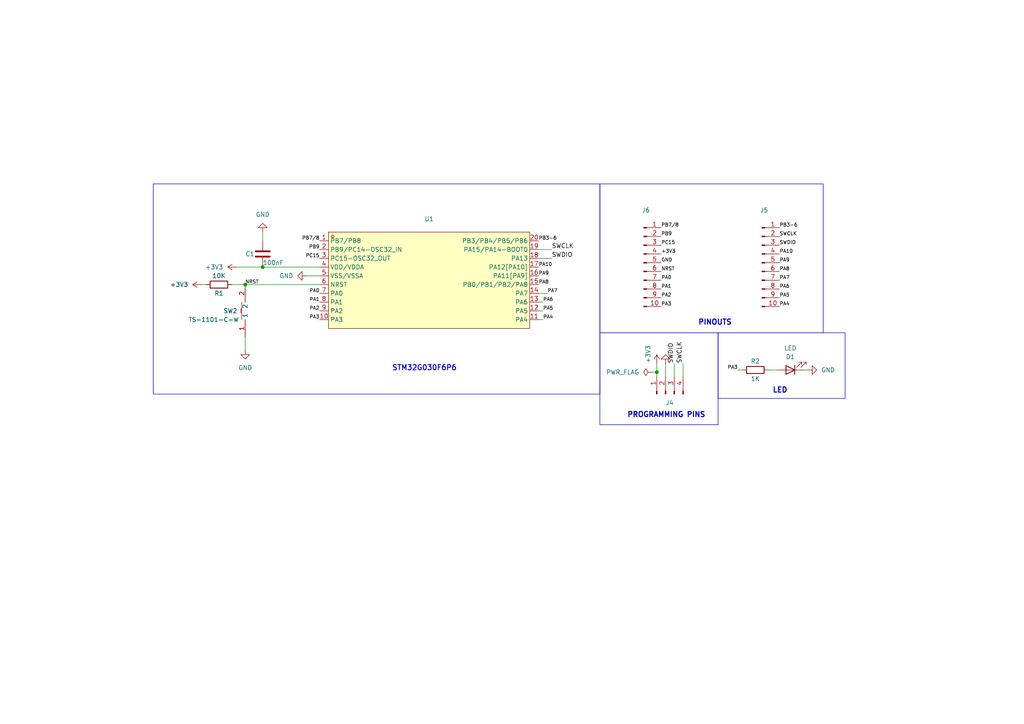
<source format=kicad_sch>
(kicad_sch (version 20230121) (generator eeschema)
  (paper "A4")
  (lib_symbols
    (symbol "Connector:Conn_01x04_Pin" (pin_names (offset 1.016) hide)
      (property "Reference" "J" (at 0 5.08 0))
      (property "Value" "Conn_01x04_Pin" (at 0 -7.62 0))
      (symbol "Conn_01x04_Pin_1_1"
        (polyline (pts (xy 1.27 -5.08) (xy 0.8636 -5.08)) (stroke (width 0.1524)))
        (polyline (pts (xy 1.27 -2.54) (xy 0.8636 -2.54)) (stroke (width 0.1524)))
        (polyline (pts (xy 1.27 0) (xy 0.8636 0)) (stroke (width 0.1524)))
        (polyline (pts (xy 1.27 2.54) (xy 0.8636 2.54)) (stroke (width 0.1524)))
        (rectangle (start 0.8636 -4.953) (end 0 -5.207) (stroke (width 0.1524)) (fill (type outline)))
        (rectangle (start 0.8636 -2.413) (end 0 -2.667) (stroke (width 0.1524)) (fill (type outline)))
        (rectangle (start 0.8636 0.127) (end 0 -0.127) (stroke (width 0.1524)) (fill (type outline)))
        (rectangle (start 0.8636 2.667) (end 0 2.413) (stroke (width 0.1524)) (fill (type outline)))
        (pin passive line (at 5.08 2.54 180) (length 3.81) (name "Pin_1") (number "1"))
        (pin passive line (at 5.08 0 180) (length 3.81) (name "Pin_2") (number "2"))
        (pin passive line (at 5.08 -2.54 180) (length 3.81) (name "Pin_3") (number "3"))
        (pin passive line (at 5.08 -5.08 180) (length 3.81) (name "Pin_4") (number "4"))
      )
    )
    (symbol "Connector:Conn_01x10_Pin" (pin_names (offset 1.016) hide)
      (property "Reference" "J" (at 0 12.7 0))
      (property "Value" "Conn_01x10_Pin" (at 0 -15.24 0))
      (symbol "Conn_01x10_Pin_1_1"
        (polyline (pts (xy 1.27 -12.7) (xy 0.8636 -12.7)) (stroke (width 0.1524)))
        (polyline (pts (xy 1.27 -10.16) (xy 0.8636 -10.16)) (stroke (width 0.1524)))
        (polyline (pts (xy 1.27 -7.62) (xy 0.8636 -7.62)) (stroke (width 0.1524)))
        (polyline (pts (xy 1.27 -5.08) (xy 0.8636 -5.08)) (stroke (width 0.1524)))
        (polyline (pts (xy 1.27 -2.54) (xy 0.8636 -2.54)) (stroke (width 0.1524)))
        (polyline (pts (xy 1.27 0) (xy 0.8636 0)) (stroke (width 0.1524)))
        (polyline (pts (xy 1.27 2.54) (xy 0.8636 2.54)) (stroke (width 0.1524)))
        (polyline (pts (xy 1.27 5.08) (xy 0.8636 5.08)) (stroke (width 0.1524)))
        (polyline (pts (xy 1.27 7.62) (xy 0.8636 7.62)) (stroke (width 0.1524)))
        (polyline (pts (xy 1.27 10.16) (xy 0.8636 10.16)) (stroke (width 0.1524)))
        (rectangle (start 0.8636 -12.573) (end 0 -12.827) (stroke (width 0.1524)) (fill (type outline)))
        (rectangle (start 0.8636 -10.033) (end 0 -10.287) (stroke (width 0.1524)) (fill (type outline)))
        (rectangle (start 0.8636 -7.493) (end 0 -7.747) (stroke (width 0.1524)) (fill (type outline)))
        (rectangle (start 0.8636 -4.953) (end 0 -5.207) (stroke (width 0.1524)) (fill (type outline)))
        (rectangle (start 0.8636 -2.413) (end 0 -2.667) (stroke (width 0.1524)) (fill (type outline)))
        (rectangle (start 0.8636 0.127) (end 0 -0.127) (stroke (width 0.1524)) (fill (type outline)))
        (rectangle (start 0.8636 2.667) (end 0 2.413) (stroke (width 0.1524)) (fill (type outline)))
        (rectangle (start 0.8636 5.207) (end 0 4.953) (stroke (width 0.1524)) (fill (type outline)))
        (rectangle (start 0.8636 7.747) (end 0 7.493) (stroke (width 0.1524)) (fill (type outline)))
        (rectangle (start 0.8636 10.287) (end 0 10.033) (stroke (width 0.1524)) (fill (type outline)))
        (pin passive line (at 5.08 10.16 180) (length 3.81) (name "Pin_1") (number "1"))
        (pin passive line (at 5.08 -12.7 180) (length 3.81) (name "Pin_10") (number "10"))
        (pin passive line (at 5.08 7.62 180) (length 3.81) (name "Pin_2") (number "2"))
        (pin passive line (at 5.08 5.08 180) (length 3.81) (name "Pin_3") (number "3"))
        (pin passive line (at 5.08 2.54 180) (length 3.81) (name "Pin_4") (number "4"))
        (pin passive line (at 5.08 0 180) (length 3.81) (name "Pin_5") (number "5"))
        (pin passive line (at 5.08 -2.54 180) (length 3.81) (name "Pin_6") (number "6"))
        (pin passive line (at 5.08 -5.08 180) (length 3.81) (name "Pin_7") (number "7"))
        (pin passive line (at 5.08 -7.62 180) (length 3.81) (name "Pin_8") (number "8"))
        (pin passive line (at 5.08 -10.16 180) (length 3.81) (name "Pin_9") (number "9"))
      )
    )
    (symbol "Device:C" (pin_numbers hide) (pin_names (offset 0.254))
      (property "Reference" "C" (at 0.635 2.54 0))
      (property "Value" "C" (at 0.635 -2.54 0))
      (symbol "C_0_1"
        (polyline (pts (xy -2.032 -0.762) (xy 2.032 -0.762)) (stroke (width 0.508)))
        (polyline (pts (xy -2.032 0.762) (xy 2.032 0.762)) (stroke (width 0.508)))
      )
      (symbol "C_1_1"
        (pin passive line (at 0 3.81 270) (length 2.794) (name "~") (number "1"))
        (pin passive line (at 0 -3.81 90) (length 2.794) (name "~") (number "2"))
      )
    )
    (symbol "Device:LED" (pin_numbers hide) (pin_names (offset 1.016) hide)
      (property "Reference" "D" (at 0 2.54 0))
      (property "Value" "LED" (at 0 -2.54 0))
      (symbol "LED_0_1"
        (polyline (pts (xy -1.27 -1.27) (xy -1.27 1.27)) (stroke (width 0.254)))
        (polyline (pts (xy -1.27 0) (xy 1.27 0)))
        (polyline (pts (xy 1.27 -1.27) (xy 1.27 1.27) (xy -1.27 0) (xy 1.27 -1.27)) (stroke (width 0.254)))
        (polyline (pts (xy -3.048 -0.762) (xy -4.572 -2.286) (xy -3.81 -2.286) (xy -4.572 -2.286) (xy -4.572 -1.524)))
        (polyline (pts (xy -1.778 -0.762) (xy -3.302 -2.286) (xy -2.54 -2.286) (xy -3.302 -2.286) (xy -3.302 -1.524)))
      )
      (symbol "LED_1_1"
        (pin passive line (at -3.81 0 0) (length 2.54) (name "K") (number "1"))
        (pin passive line (at 3.81 0 180) (length 2.54) (name "A") (number "2"))
      )
    )
    (symbol "Device:R" (pin_numbers hide) (pin_names (offset 0))
      (property "Reference" "R" (at 2.032 0 90))
      (property "Value" "R" (at 0 0 90))
      (symbol "R_0_1"
        (rectangle (start -1.016 -2.54) (end 1.016 2.54) (stroke (width 0.254)))
      )
      (symbol "R_1_1"
        (pin passive line (at 0 3.81 270) (length 1.27) (name "~") (number "1"))
        (pin passive line (at 0 -3.81 90) (length 1.27) (name "~") (number "2"))
      )
    )
    (symbol "easyeda2kicad:STM32G030F6P6"
      (property "Reference" "U" (at 0 16.51 0))
      (property "Value" "STM32G030F6P6" (at 0 -16.51 0))
      (symbol "STM32G030F6P6_0_1"
        (rectangle (start -29.21 13.97) (end 29.21 -13.97) (fill (type background)))
        (circle (center -27.94 12.7) (radius 0.38))
        (pin unspecified line (at -31.75 11.43 0) (length 2.54) (name "PB7/PB8") (number "1"))
        (pin unspecified line (at -31.75 -11.43 0) (length 2.54) (name "PA3") (number "10"))
        (pin unspecified line (at 31.75 -11.43 180) (length 2.54) (name "PA4") (number "11"))
        (pin unspecified line (at 31.75 -8.89 180) (length 2.54) (name "PA5") (number "12"))
        (pin unspecified line (at 31.75 -6.35 180) (length 2.54) (name "PA6") (number "13"))
        (pin unspecified line (at 31.75 -3.81 180) (length 2.54) (name "PA7") (number "14"))
        (pin unspecified line (at 31.75 -1.27 180) (length 2.54) (name "PB0/PB1/PB2/PA8") (number "15"))
        (pin unspecified line (at 31.75 1.27 180) (length 2.54) (name "PA11[PA9]") (number "16"))
        (pin unspecified line (at 31.75 3.81 180) (length 2.54) (name "PA12[PA10]") (number "17"))
        (pin unspecified line (at 31.75 6.35 180) (length 2.54) (name "PA13") (number "18"))
        (pin unspecified line (at 31.75 8.89 180) (length 2.54) (name "PA15/PA14-BOOT0") (number "19"))
        (pin unspecified line (at -31.75 8.89 0) (length 2.54) (name "PB9/PC14-OSC32_IN") (number "2"))
        (pin unspecified line (at 31.75 11.43 180) (length 2.54) (name "PB3/PB4/PB5/PB6") (number "20"))
        (pin unspecified line (at -31.75 6.35 0) (length 2.54) (name "PC15-OSC32_OUT") (number "3"))
        (pin unspecified line (at -31.75 3.81 0) (length 2.54) (name "VDD/VDDA") (number "4"))
        (pin unspecified line (at -31.75 1.27 0) (length 2.54) (name "VSS/VSSA") (number "5"))
        (pin unspecified line (at -31.75 -1.27 0) (length 2.54) (name "NRST") (number "6"))
        (pin unspecified line (at -31.75 -3.81 0) (length 2.54) (name "PA0") (number "7"))
        (pin unspecified line (at -31.75 -6.35 0) (length 2.54) (name "PA1") (number "8"))
        (pin unspecified line (at -31.75 -8.89 0) (length 2.54) (name "PA2") (number "9"))
      )
    )
    (symbol "easyeda2kicad:TS-1101-C-W"
      (property "Reference" "SW" (at 0 5.08 0))
      (property "Value" "TS-1101-C-W" (at 0 -5.08 0))
      (symbol "TS-1101-C-W_0_1"
        (polyline (pts (xy -2.54 1.02) (xy 2.54 1.02)))
        (polyline (pts (xy -0.51 1.02) (xy -0.51 1.27) (xy 0.51 1.27) (xy 0.51 1.02)))
        (pin unspecified line (at -7.62 0 0) (length 5.08) (name "1") (number "1"))
        (pin unspecified line (at 7.62 0 180) (length 5.08) (name "2") (number "2"))
      )
    )
    (symbol "power:+3V3" (power) (pin_names (offset 0))
      (property "Value" "+3V3" (at 0 3.556 0))
      (symbol "+3V3_0_1"
        (polyline (pts (xy -0.762 1.27) (xy 0 2.54)))
        (polyline (pts (xy 0 0) (xy 0 2.54)))
        (polyline (pts (xy 0 2.54) (xy 0.762 1.27)))
      )
      (symbol "+3V3_1_1"
        (pin power_in line (at 0 0 90) (length 0) hide (name "+3V3") (number "1"))
      )
    )
    (symbol "power:GND" (power) (pin_names (offset 0))
      (property "Value" "GND" (at 0 -3.81 0))
      (symbol "GND_0_1"
        (polyline (pts (xy 0 0) (xy 0 -1.27) (xy 1.27 -1.27) (xy 0 -2.54) (xy -1.27 -1.27) (xy 0 -1.27)))
      )
      (symbol "GND_1_1"
        (pin power_in line (at 0 0 270) (length 0) hide (name "GND") (number "1"))
      )
    )
    (symbol "power:PWR_FLAG" (power) (pin_numbers hide) (pin_names (offset 0) hide)
      (property "Value" "PWR_FLAG" (at 0 3.81 0))
      (symbol "PWR_FLAG_0_0"
        (pin power_out line (at 0 0 90) (length 0) (name "pwr") (number "1"))
      )
      (symbol "PWR_FLAG_0_1"
        (polyline (pts (xy 0 0) (xy 0 1.27) (xy -1.016 1.905) (xy 0 2.54) (xy 1.016 1.905) (xy 0 1.27)))
      )
    )
  )
  (junction (at 190.5 107.95))
  (junction (at 76.2 77.47))
  (junction (at 71.12 82.55))
  (wire (pts (xy 76.2 67.31) (xy 76.2 69.85)))
  (wire (pts (xy 157.48 90.17) (xy 156.21 90.17)))
  (wire (pts (xy 76.2 77.47) (xy 92.71 77.47)))
  (wire (pts (xy 198.12 105.41) (xy 198.12 109.22)))
  (wire (pts (xy 195.58 105.41) (xy 195.58 109.22)))
  (wire (pts (xy 71.12 97.79) (xy 71.12 101.6)))
  (wire (pts (xy 213.995 107.315) (xy 215.265 107.315)))
  (wire (pts (xy 157.48 87.63) (xy 156.21 87.63)))
  (wire (pts (xy 222.885 107.315) (xy 225.425 107.315)))
  (wire (pts (xy 190.5 105.41) (xy 190.5 107.95)))
  (wire (pts (xy 193.04 105.41) (xy 193.04 109.22)))
  (wire (pts (xy 156.21 72.39) (xy 160.02 72.39)))
  (wire (pts (xy 189.23 107.95) (xy 190.5 107.95)))
  (wire (pts (xy 157.48 92.71) (xy 156.21 92.71)))
  (wire (pts (xy 234.315 107.315) (xy 233.045 107.315)))
  (wire (pts (xy 156.21 74.93) (xy 160.02 74.93)))
  (wire (pts (xy 158.75 85.09) (xy 156.21 85.09)))
  (wire (pts (xy 68.58 77.47) (xy 76.2 77.47)))
  (wire (pts (xy 58.42 82.55) (xy 59.69 82.55)))
  (wire (pts (xy 71.12 82.55) (xy 92.71 82.55)))
  (wire (pts (xy 67.31 82.55) (xy 71.12 82.55)))
  (wire (pts (xy 190.5 107.95) (xy 190.5 109.22)))
  (wire (pts (xy 88.9 80.01) (xy 92.71 80.01)))
  (rectangle (start 173.99 53.34) (end 238.76 96.52))
  (rectangle (start 173.99 96.52) (end 208.28 123.19))
  (rectangle (start 208.28 96.52) (end 245.11 115.57))
  (rectangle (start 44.45 53.34) (end 173.99 114.3))
  (text "PROGRAMMING PINS" (at 181.864 121.285 0) (effects (font (size 1.5 1.5) bold) (justify left bottom)))
  (text "PINOUTS" (at 202.438 94.488 0) (effects (font (size 1.5 1.5) (thickness 0.3) bold) (justify left bottom)))
  (text "LED" (at 224.028 114.173 0) (effects (font (size 1.5 1.5) bold) (justify left bottom)))
  (text "STM32G030F6P6" (at 113.665 107.696 0) (effects (font (size 1.5 1.5) (thickness 0.254) bold) (justify left bottom)))
  (label "PB7{slash}8" (at 92.71 69.85 180) (effects (font (size 1 1))))
  (label "PA1" (at 191.77 83.82 0) (effects (font (size 1 1))))
  (label "SWCLK" (at 226.06 68.58 0) (effects (font (size 1 1))))
  (label "PA8" (at 156.21 82.55 0) (effects (font (size 1 1))))
  (label "NRST" (at 191.77 78.74 0) (effects (font (size 1 1))))
  (label "PA9" (at 226.06 76.2 0) (effects (font (size 1 1))))
  (label "PA10" (at 226.06 73.66 0) (effects (font (size 1 1))))
  (label "PA5" (at 226.06 86.36 0) (effects (font (size 1 1))))
  (label "PA2" (at 191.77 86.36 0) (effects (font (size 1 1))))
  (label "PA0" (at 191.77 81.28 0) (effects (font (size 1 1))))
  (label "PB9" (at 191.77 68.58 0) (effects (font (size 1 1))))
  (label "SWCLK" (at 198.12 105.41 90))
  (label "+3V3" (at 191.77 73.66 0) (effects (font (size 1 1))))
  (label "PA8" (at 226.06 78.74 0) (effects (font (size 1 1))))
  (label "PA3" (at 213.995 107.315 180) (effects (font (size 1 1))))
  (label "SWDIO" (at 160.02 74.93 0))
  (label "PA0" (at 92.71 85.09 180) (effects (font (size 1 1))))
  (label "PA1" (at 92.71 87.63 180) (effects (font (size 1 1))))
  (label "PA7" (at 226.06 81.28 0) (effects (font (size 1 1))))
  (label "PB7{slash}8" (at 191.77 66.04 0) (effects (font (size 1 1))))
  (label "SWDIO" (at 226.06 71.12 0) (effects (font (size 1 1))))
  (label "PA6" (at 226.06 83.82 0) (effects (font (size 1 1))))
  (label "NRST" (at 71.12 82.55 0) (effects (font (size 1 1))))
  (label "PA3" (at 92.71 92.71 180) (effects (font (size 1 1))))
  (label "SWCLK" (at 160.02 72.39 0))
  (label "PC15" (at 92.71 74.93 180) (effects (font (size 1 1))))
  (label "PA4" (at 157.48 92.71 0) (effects (font (size 1 1))))
  (label "SWDIO" (at 195.58 105.41 90))
  (label "PB3-6" (at 156.21 69.85 0) (effects (font (size 1 1))))
  (label "PA5" (at 157.48 90.17 0) (effects (font (size 1 1))))
  (label "PA7" (at 158.75 85.09 0) (effects (font (size 1 1))))
  (label "PA10" (at 156.21 77.47 0) (effects (font (size 1 1))))
  (label "PA9" (at 156.21 80.01 0) (effects (font (size 1 1))))
  (label "PA2" (at 92.71 90.17 180) (effects (font (size 1 1))))
  (label "PB3-6" (at 226.06 66.04 0) (effects (font (size 1 1))))
  (label "PB9" (at 92.71 72.39 180) (effects (font (size 1 1))))
  (label "GND" (at 191.77 76.2 0) (effects (font (size 1 1))))
  (label "PA4" (at 226.06 88.9 0) (effects (font (size 1 1))))
  (label "PC15" (at 191.77 71.12 0) (effects (font (size 1 1))))
  (label "PA3" (at 191.77 88.9 0) (effects (font (size 1 1))))
  (label "PA6" (at 157.48 87.63 0) (effects (font (size 1 1))))
  (symbol (lib_id "power:+3V3") (at 68.58 77.47 90) (unit 1)
    (property "Reference" "#PWR02" (effects hide))
    (property "Value" "+3V3" (at 64.77 77.47 90) (effects (justify left)))
  )
  (symbol (lib_id "power:+3V3") (at 190.5 105.41 0) (unit 1)
    (property "Reference" "#PWR07" (effects hide))
    (property "Value" "+3V3" (at 187.96 105.41 90) (effects (justify left)))
  )
  (symbol (lib_id "easyeda2kicad:TS-1101-C-W") (at 71.12 90.17 90) (unit 1)
    (property "Reference" "SW2" (at 64.77 90.17 90) (effects (justify right)))
    (property "Value" "TS-1101-C-W" (at 54.61 92.71 90) (effects (justify right)))
    (property "Footprint" "easyeda2kicad:SW-SMD_L6.0-W3.3-LS8.0" (effects hide))
    (property "LCSC Part" "C318938" (effects hide))
  )
  (symbol (lib_id "Device:LED") (at 229.235 107.315 180) (unit 1)
    (property "Reference" "D1" (at 229.235 103.505 0))
    (property "Value" "LED" (at 229.235 100.965 0))
    (property "Footprint" "LED_SMD:LED_0603_1608Metric" (effects hide))
  )
  (symbol (lib_id "power:GND") (at 193.04 105.41 180) (unit 1)
    (property "Reference" "#PWR08" (effects hide))
    (property "Value" "GND" (effects hide))
  )
  (symbol (lib_id "Connector:Conn_01x04_Pin") (at 193.04 114.3 90) (unit 1)
    (property "Reference" "J4" (at 193.04 116.84 90) (effects (justify right)))
    (property "Value" "Conn_01x04_Pin" (effects hide))
    (property "Footprint" "Connector_PinHeader_2.54mm:PinHeader_1x04_P2.54mm_Vertical" (effects hide))
  )
  (symbol (lib_id "Connector:Conn_01x10_Pin") (at 186.69 76.2 0) (unit 1)
    (property "Reference" "J6" (at 187.325 60.96 0))
    (property "Value" "Conn_01x10_Pin" (effects hide))
    (property "Footprint" "Connector_PinHeader_2.54mm:PinHeader_1x10_P2.54mm_Vertical" (effects hide))
  )
  (symbol (lib_id "power:GND") (at 76.2 67.31 180) (unit 1)
    (property "Reference" "#PWR04" (effects hide))
    (property "Value" "GND" (at 76.2 62.23 0))
  )
  (symbol (lib_id "power:+3V3") (at 58.42 82.55 90) (unit 1)
    (property "Reference" "#PWR01" (effects hide))
    (property "Value" "+3V3" (at 54.61 82.55 90) (effects (justify left)))
  )
  (symbol (lib_id "easyeda2kicad:STM32G030F6P6") (at 124.46 81.28 0) (unit 1)
    (property "Reference" "U1" (at 124.46 63.5 0))
    (property "Value" "STM32G030F6P6" (effects hide))
    (property "Footprint" "easyeda2kicad:TSSOP-20_L6.5-W4.4-P0.65-LS6.4-BL" (effects hide))
    (property "Datasheet" "https://lcsc.com/product-detail/ST-Microelectronics_STMicroelectronics-STM32G030F6P6_C724040.html" (effects hide))
    (property "LCSC Part" "C724040" (effects hide))
  )
  (symbol (lib_id "power:GND") (at 234.315 107.315 90) (unit 1)
    (property "Reference" "#PWR05" (effects hide))
    (property "Value" "GND" (at 238.125 107.315 90) (effects (justify right)))
  )
  (symbol (lib_id "power:PWR_FLAG") (at 189.23 107.95 90) (unit 1)
    (property "Reference" "#FLG01" (effects hide))
    (property "Value" "PWR_FLAG" (at 185.42 107.95 90) (effects (justify left)))
  )
  (symbol (lib_id "Device:R") (at 219.075 107.315 270) (unit 1)
    (property "Reference" "R2" (at 219.075 104.775 90))
    (property "Value" "1K" (at 219.075 109.855 90))
    (property "Footprint" "Resistor_SMD:R_0603_1608Metric" (effects hide))
  )
  (symbol (lib_id "Device:C") (at 76.2 73.66 0) (unit 1)
    (property "Reference" "C1" (at 71.12 73.66 0) (effects (justify left)))
    (property "Value" "100nF" (at 76.2 76.2 0) (effects (justify left)))
    (property "Footprint" "Capacitor_SMD:C_0805_2012Metric" (effects hide))
  )
  (symbol (lib_id "power:GND") (at 88.9 80.01 270) (unit 1)
    (property "Reference" "#PWR06" (effects hide))
    (property "Value" "GND" (at 85.09 80.01 90) (effects (justify right)))
  )
  (symbol (lib_id "Connector:Conn_01x10_Pin") (at 220.98 76.2 0) (unit 1)
    (property "Reference" "J5" (at 221.615 60.96 0))
    (property "Value" "Conn_01x10_Pin" (effects hide))
    (property "Footprint" "Connector_PinHeader_2.54mm:PinHeader_1x10_P2.54mm_Vertical" (effects hide))
  )
  (symbol (lib_id "power:GND") (at 71.12 101.6 0) (unit 1)
    (property "Reference" "#PWR03" (effects hide))
    (property "Value" "GND" (at 71.12 106.68 0))
  )
  (symbol (lib_id "Device:R") (at 63.5 82.55 90) (unit 1)
    (property "Reference" "R1" (at 63.5 85.09 90))
    (property "Value" "10K" (at 63.5 80.01 90))
    (property "Footprint" "Resistor_SMD:R_0603_1608Metric" (effects hide))
  )
)
</source>
